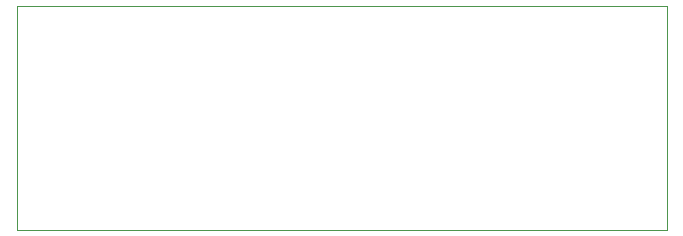
<source format=gbr>
%TF.GenerationSoftware,KiCad,Pcbnew,8.0.2*%
%TF.CreationDate,2024-05-05T20:52:19-05:00*%
%TF.ProjectId,ch554_USB_Host_Test,63683535-345f-4555-9342-5f486f73745f,rev?*%
%TF.SameCoordinates,Original*%
%TF.FileFunction,Profile,NP*%
%FSLAX46Y46*%
G04 Gerber Fmt 4.6, Leading zero omitted, Abs format (unit mm)*
G04 Created by KiCad (PCBNEW 8.0.2) date 2024-05-05 20:52:19*
%MOMM*%
%LPD*%
G01*
G04 APERTURE LIST*
%TA.AperFunction,Profile*%
%ADD10C,0.050000*%
%TD*%
G04 APERTURE END LIST*
D10*
X88987500Y-43695000D02*
X144032500Y-43695000D01*
X144032500Y-62695000D01*
X88987500Y-62695000D01*
X88987500Y-43695000D01*
M02*

</source>
